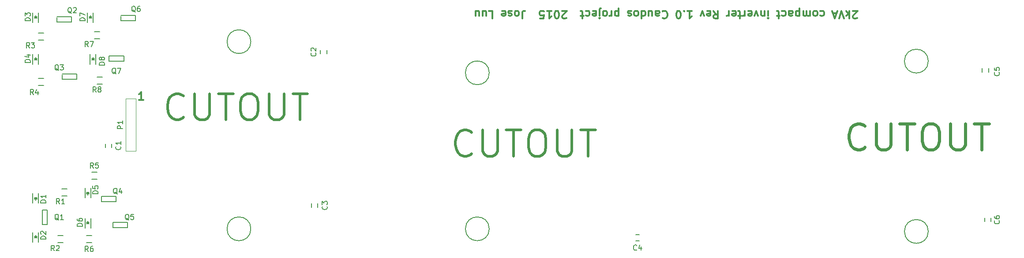
<source format=gbr>
G04 #@! TF.FileFunction,Legend,Top*
%FSLAX46Y46*%
G04 Gerber Fmt 4.6, Leading zero omitted, Abs format (unit mm)*
G04 Created by KiCad (PCBNEW (2015-07-16 BZR 5955, Git 27eafcb)-product) date 2015-10-11 14:13:05*
%MOMM*%
G01*
G04 APERTURE LIST*
%ADD10C,0.100000*%
%ADD11C,0.300000*%
%ADD12C,0.600000*%
%ADD13C,0.500000*%
%ADD14C,0.150000*%
%ADD15C,0.050000*%
G04 APERTURE END LIST*
D10*
D11*
X83928572Y-67178571D02*
X83071429Y-67178571D01*
X83500001Y-67178571D02*
X83500001Y-65678571D01*
X83357144Y-65892857D01*
X83214286Y-66035714D01*
X83071429Y-66107143D01*
X220892855Y-51428571D02*
X220821426Y-51500000D01*
X220678569Y-51571429D01*
X220321426Y-51571429D01*
X220178569Y-51500000D01*
X220107140Y-51428571D01*
X220035712Y-51285714D01*
X220035712Y-51142857D01*
X220107140Y-50928571D01*
X220964283Y-50071429D01*
X220035712Y-50071429D01*
X219392855Y-50071429D02*
X219392855Y-51571429D01*
X219249998Y-50642857D02*
X218821427Y-50071429D01*
X218821427Y-51071429D02*
X219392855Y-50500000D01*
X218392855Y-51571429D02*
X217892855Y-50071429D01*
X217392855Y-51571429D01*
X216964284Y-50500000D02*
X216249998Y-50500000D01*
X217107141Y-50071429D02*
X216607141Y-51571429D01*
X216107141Y-50071429D01*
X213821427Y-50142857D02*
X213964284Y-50071429D01*
X214249998Y-50071429D01*
X214392856Y-50142857D01*
X214464284Y-50214286D01*
X214535713Y-50357143D01*
X214535713Y-50785714D01*
X214464284Y-50928571D01*
X214392856Y-51000000D01*
X214249998Y-51071429D01*
X213964284Y-51071429D01*
X213821427Y-51000000D01*
X212964284Y-50071429D02*
X213107142Y-50142857D01*
X213178570Y-50214286D01*
X213249999Y-50357143D01*
X213249999Y-50785714D01*
X213178570Y-50928571D01*
X213107142Y-51000000D01*
X212964284Y-51071429D01*
X212749999Y-51071429D01*
X212607142Y-51000000D01*
X212535713Y-50928571D01*
X212464284Y-50785714D01*
X212464284Y-50357143D01*
X212535713Y-50214286D01*
X212607142Y-50142857D01*
X212749999Y-50071429D01*
X212964284Y-50071429D01*
X211821427Y-50071429D02*
X211821427Y-51071429D01*
X211821427Y-50928571D02*
X211749999Y-51000000D01*
X211607141Y-51071429D01*
X211392856Y-51071429D01*
X211249999Y-51000000D01*
X211178570Y-50857143D01*
X211178570Y-50071429D01*
X211178570Y-50857143D02*
X211107141Y-51000000D01*
X210964284Y-51071429D01*
X210749999Y-51071429D01*
X210607141Y-51000000D01*
X210535713Y-50857143D01*
X210535713Y-50071429D01*
X209821427Y-51071429D02*
X209821427Y-49571429D01*
X209821427Y-51000000D02*
X209678570Y-51071429D01*
X209392856Y-51071429D01*
X209249999Y-51000000D01*
X209178570Y-50928571D01*
X209107141Y-50785714D01*
X209107141Y-50357143D01*
X209178570Y-50214286D01*
X209249999Y-50142857D01*
X209392856Y-50071429D01*
X209678570Y-50071429D01*
X209821427Y-50142857D01*
X207821427Y-50071429D02*
X207821427Y-50857143D01*
X207892856Y-51000000D01*
X208035713Y-51071429D01*
X208321427Y-51071429D01*
X208464284Y-51000000D01*
X207821427Y-50142857D02*
X207964284Y-50071429D01*
X208321427Y-50071429D01*
X208464284Y-50142857D01*
X208535713Y-50285714D01*
X208535713Y-50428571D01*
X208464284Y-50571429D01*
X208321427Y-50642857D01*
X207964284Y-50642857D01*
X207821427Y-50714286D01*
X206464284Y-50142857D02*
X206607141Y-50071429D01*
X206892855Y-50071429D01*
X207035713Y-50142857D01*
X207107141Y-50214286D01*
X207178570Y-50357143D01*
X207178570Y-50785714D01*
X207107141Y-50928571D01*
X207035713Y-51000000D01*
X206892855Y-51071429D01*
X206607141Y-51071429D01*
X206464284Y-51000000D01*
X206035713Y-51071429D02*
X205464284Y-51071429D01*
X205821427Y-51571429D02*
X205821427Y-50285714D01*
X205749999Y-50142857D01*
X205607141Y-50071429D01*
X205464284Y-50071429D01*
X203821427Y-50071429D02*
X203821427Y-51071429D01*
X203821427Y-51571429D02*
X203892856Y-51500000D01*
X203821427Y-51428571D01*
X203749999Y-51500000D01*
X203821427Y-51571429D01*
X203821427Y-51428571D01*
X203107141Y-51071429D02*
X203107141Y-50071429D01*
X203107141Y-50928571D02*
X203035713Y-51000000D01*
X202892855Y-51071429D01*
X202678570Y-51071429D01*
X202535713Y-51000000D01*
X202464284Y-50857143D01*
X202464284Y-50071429D01*
X201892855Y-51071429D02*
X201535712Y-50071429D01*
X201178570Y-51071429D01*
X200035713Y-50142857D02*
X200178570Y-50071429D01*
X200464284Y-50071429D01*
X200607141Y-50142857D01*
X200678570Y-50285714D01*
X200678570Y-50857143D01*
X200607141Y-51000000D01*
X200464284Y-51071429D01*
X200178570Y-51071429D01*
X200035713Y-51000000D01*
X199964284Y-50857143D01*
X199964284Y-50714286D01*
X200678570Y-50571429D01*
X199321427Y-50071429D02*
X199321427Y-51071429D01*
X199321427Y-50785714D02*
X199249999Y-50928571D01*
X199178570Y-51000000D01*
X199035713Y-51071429D01*
X198892856Y-51071429D01*
X198607142Y-51071429D02*
X198035713Y-51071429D01*
X198392856Y-51571429D02*
X198392856Y-50285714D01*
X198321428Y-50142857D01*
X198178570Y-50071429D01*
X198035713Y-50071429D01*
X196964285Y-50142857D02*
X197107142Y-50071429D01*
X197392856Y-50071429D01*
X197535713Y-50142857D01*
X197607142Y-50285714D01*
X197607142Y-50857143D01*
X197535713Y-51000000D01*
X197392856Y-51071429D01*
X197107142Y-51071429D01*
X196964285Y-51000000D01*
X196892856Y-50857143D01*
X196892856Y-50714286D01*
X197607142Y-50571429D01*
X196249999Y-50071429D02*
X196249999Y-51071429D01*
X196249999Y-50785714D02*
X196178571Y-50928571D01*
X196107142Y-51000000D01*
X195964285Y-51071429D01*
X195821428Y-51071429D01*
X193321428Y-50071429D02*
X193821428Y-50785714D01*
X194178571Y-50071429D02*
X194178571Y-51571429D01*
X193607143Y-51571429D01*
X193464285Y-51500000D01*
X193392857Y-51428571D01*
X193321428Y-51285714D01*
X193321428Y-51071429D01*
X193392857Y-50928571D01*
X193464285Y-50857143D01*
X193607143Y-50785714D01*
X194178571Y-50785714D01*
X192107143Y-50142857D02*
X192250000Y-50071429D01*
X192535714Y-50071429D01*
X192678571Y-50142857D01*
X192750000Y-50285714D01*
X192750000Y-50857143D01*
X192678571Y-51000000D01*
X192535714Y-51071429D01*
X192250000Y-51071429D01*
X192107143Y-51000000D01*
X192035714Y-50857143D01*
X192035714Y-50714286D01*
X192750000Y-50571429D01*
X191535714Y-51071429D02*
X191178571Y-50071429D01*
X190821429Y-51071429D01*
X188321429Y-50071429D02*
X189178572Y-50071429D01*
X188750000Y-50071429D02*
X188750000Y-51571429D01*
X188892857Y-51357143D01*
X189035715Y-51214286D01*
X189178572Y-51142857D01*
X187678572Y-50214286D02*
X187607144Y-50142857D01*
X187678572Y-50071429D01*
X187750001Y-50142857D01*
X187678572Y-50214286D01*
X187678572Y-50071429D01*
X186678572Y-51571429D02*
X186535715Y-51571429D01*
X186392858Y-51500000D01*
X186321429Y-51428571D01*
X186250000Y-51285714D01*
X186178572Y-51000000D01*
X186178572Y-50642857D01*
X186250000Y-50357143D01*
X186321429Y-50214286D01*
X186392858Y-50142857D01*
X186535715Y-50071429D01*
X186678572Y-50071429D01*
X186821429Y-50142857D01*
X186892858Y-50214286D01*
X186964286Y-50357143D01*
X187035715Y-50642857D01*
X187035715Y-51000000D01*
X186964286Y-51285714D01*
X186892858Y-51428571D01*
X186821429Y-51500000D01*
X186678572Y-51571429D01*
X183535715Y-50214286D02*
X183607144Y-50142857D01*
X183821430Y-50071429D01*
X183964287Y-50071429D01*
X184178572Y-50142857D01*
X184321430Y-50285714D01*
X184392858Y-50428571D01*
X184464287Y-50714286D01*
X184464287Y-50928571D01*
X184392858Y-51214286D01*
X184321430Y-51357143D01*
X184178572Y-51500000D01*
X183964287Y-51571429D01*
X183821430Y-51571429D01*
X183607144Y-51500000D01*
X183535715Y-51428571D01*
X182250001Y-50071429D02*
X182250001Y-50857143D01*
X182321430Y-51000000D01*
X182464287Y-51071429D01*
X182750001Y-51071429D01*
X182892858Y-51000000D01*
X182250001Y-50142857D02*
X182392858Y-50071429D01*
X182750001Y-50071429D01*
X182892858Y-50142857D01*
X182964287Y-50285714D01*
X182964287Y-50428571D01*
X182892858Y-50571429D01*
X182750001Y-50642857D01*
X182392858Y-50642857D01*
X182250001Y-50714286D01*
X180892858Y-51071429D02*
X180892858Y-50071429D01*
X181535715Y-51071429D02*
X181535715Y-50285714D01*
X181464287Y-50142857D01*
X181321429Y-50071429D01*
X181107144Y-50071429D01*
X180964287Y-50142857D01*
X180892858Y-50214286D01*
X179535715Y-50071429D02*
X179535715Y-51571429D01*
X179535715Y-50142857D02*
X179678572Y-50071429D01*
X179964286Y-50071429D01*
X180107144Y-50142857D01*
X180178572Y-50214286D01*
X180250001Y-50357143D01*
X180250001Y-50785714D01*
X180178572Y-50928571D01*
X180107144Y-51000000D01*
X179964286Y-51071429D01*
X179678572Y-51071429D01*
X179535715Y-51000000D01*
X178607143Y-50071429D02*
X178750001Y-50142857D01*
X178821429Y-50214286D01*
X178892858Y-50357143D01*
X178892858Y-50785714D01*
X178821429Y-50928571D01*
X178750001Y-51000000D01*
X178607143Y-51071429D01*
X178392858Y-51071429D01*
X178250001Y-51000000D01*
X178178572Y-50928571D01*
X178107143Y-50785714D01*
X178107143Y-50357143D01*
X178178572Y-50214286D01*
X178250001Y-50142857D01*
X178392858Y-50071429D01*
X178607143Y-50071429D01*
X177535715Y-50142857D02*
X177392858Y-50071429D01*
X177107143Y-50071429D01*
X176964286Y-50142857D01*
X176892858Y-50285714D01*
X176892858Y-50357143D01*
X176964286Y-50500000D01*
X177107143Y-50571429D01*
X177321429Y-50571429D01*
X177464286Y-50642857D01*
X177535715Y-50785714D01*
X177535715Y-50857143D01*
X177464286Y-51000000D01*
X177321429Y-51071429D01*
X177107143Y-51071429D01*
X176964286Y-51000000D01*
X175107143Y-51071429D02*
X175107143Y-49571429D01*
X175107143Y-51000000D02*
X174964286Y-51071429D01*
X174678572Y-51071429D01*
X174535715Y-51000000D01*
X174464286Y-50928571D01*
X174392857Y-50785714D01*
X174392857Y-50357143D01*
X174464286Y-50214286D01*
X174535715Y-50142857D01*
X174678572Y-50071429D01*
X174964286Y-50071429D01*
X175107143Y-50142857D01*
X173750000Y-50071429D02*
X173750000Y-51071429D01*
X173750000Y-50785714D02*
X173678572Y-50928571D01*
X173607143Y-51000000D01*
X173464286Y-51071429D01*
X173321429Y-51071429D01*
X172607143Y-50071429D02*
X172750001Y-50142857D01*
X172821429Y-50214286D01*
X172892858Y-50357143D01*
X172892858Y-50785714D01*
X172821429Y-50928571D01*
X172750001Y-51000000D01*
X172607143Y-51071429D01*
X172392858Y-51071429D01*
X172250001Y-51000000D01*
X172178572Y-50928571D01*
X172107143Y-50785714D01*
X172107143Y-50357143D01*
X172178572Y-50214286D01*
X172250001Y-50142857D01*
X172392858Y-50071429D01*
X172607143Y-50071429D01*
X171464286Y-51071429D02*
X171464286Y-49785714D01*
X171535715Y-49642857D01*
X171678572Y-49571429D01*
X171750000Y-49571429D01*
X171464286Y-51571429D02*
X171535715Y-51500000D01*
X171464286Y-51428571D01*
X171392858Y-51500000D01*
X171464286Y-51571429D01*
X171464286Y-51428571D01*
X170178572Y-50142857D02*
X170321429Y-50071429D01*
X170607143Y-50071429D01*
X170750000Y-50142857D01*
X170821429Y-50285714D01*
X170821429Y-50857143D01*
X170750000Y-51000000D01*
X170607143Y-51071429D01*
X170321429Y-51071429D01*
X170178572Y-51000000D01*
X170107143Y-50857143D01*
X170107143Y-50714286D01*
X170821429Y-50571429D01*
X168821429Y-50142857D02*
X168964286Y-50071429D01*
X169250000Y-50071429D01*
X169392858Y-50142857D01*
X169464286Y-50214286D01*
X169535715Y-50357143D01*
X169535715Y-50785714D01*
X169464286Y-50928571D01*
X169392858Y-51000000D01*
X169250000Y-51071429D01*
X168964286Y-51071429D01*
X168821429Y-51000000D01*
X168392858Y-51071429D02*
X167821429Y-51071429D01*
X168178572Y-51571429D02*
X168178572Y-50285714D01*
X168107144Y-50142857D01*
X167964286Y-50071429D01*
X167821429Y-50071429D01*
X165107144Y-51428571D02*
X165035715Y-51500000D01*
X164892858Y-51571429D01*
X164535715Y-51571429D01*
X164392858Y-51500000D01*
X164321429Y-51428571D01*
X164250001Y-51285714D01*
X164250001Y-51142857D01*
X164321429Y-50928571D01*
X165178572Y-50071429D01*
X164250001Y-50071429D01*
X163321430Y-51571429D02*
X163178573Y-51571429D01*
X163035716Y-51500000D01*
X162964287Y-51428571D01*
X162892858Y-51285714D01*
X162821430Y-51000000D01*
X162821430Y-50642857D01*
X162892858Y-50357143D01*
X162964287Y-50214286D01*
X163035716Y-50142857D01*
X163178573Y-50071429D01*
X163321430Y-50071429D01*
X163464287Y-50142857D01*
X163535716Y-50214286D01*
X163607144Y-50357143D01*
X163678573Y-50642857D01*
X163678573Y-51000000D01*
X163607144Y-51285714D01*
X163535716Y-51428571D01*
X163464287Y-51500000D01*
X163321430Y-51571429D01*
X161392859Y-50071429D02*
X162250002Y-50071429D01*
X161821430Y-50071429D02*
X161821430Y-51571429D01*
X161964287Y-51357143D01*
X162107145Y-51214286D01*
X162250002Y-51142857D01*
X160035716Y-51571429D02*
X160750002Y-51571429D01*
X160821431Y-50857143D01*
X160750002Y-50928571D01*
X160607145Y-51000000D01*
X160250002Y-51000000D01*
X160107145Y-50928571D01*
X160035716Y-50857143D01*
X159964288Y-50714286D01*
X159964288Y-50357143D01*
X160035716Y-50214286D01*
X160107145Y-50142857D01*
X160250002Y-50071429D01*
X160607145Y-50071429D01*
X160750002Y-50142857D01*
X160821431Y-50214286D01*
X156607146Y-51571429D02*
X156607146Y-50500000D01*
X156678574Y-50285714D01*
X156821431Y-50142857D01*
X157035717Y-50071429D01*
X157178574Y-50071429D01*
X155678574Y-50071429D02*
X155821432Y-50142857D01*
X155892860Y-50214286D01*
X155964289Y-50357143D01*
X155964289Y-50785714D01*
X155892860Y-50928571D01*
X155821432Y-51000000D01*
X155678574Y-51071429D01*
X155464289Y-51071429D01*
X155321432Y-51000000D01*
X155250003Y-50928571D01*
X155178574Y-50785714D01*
X155178574Y-50357143D01*
X155250003Y-50214286D01*
X155321432Y-50142857D01*
X155464289Y-50071429D01*
X155678574Y-50071429D01*
X154607146Y-50142857D02*
X154464289Y-50071429D01*
X154178574Y-50071429D01*
X154035717Y-50142857D01*
X153964289Y-50285714D01*
X153964289Y-50357143D01*
X154035717Y-50500000D01*
X154178574Y-50571429D01*
X154392860Y-50571429D01*
X154535717Y-50642857D01*
X154607146Y-50785714D01*
X154607146Y-50857143D01*
X154535717Y-51000000D01*
X154392860Y-51071429D01*
X154178574Y-51071429D01*
X154035717Y-51000000D01*
X152750003Y-50142857D02*
X152892860Y-50071429D01*
X153178574Y-50071429D01*
X153321431Y-50142857D01*
X153392860Y-50285714D01*
X153392860Y-50857143D01*
X153321431Y-51000000D01*
X153178574Y-51071429D01*
X152892860Y-51071429D01*
X152750003Y-51000000D01*
X152678574Y-50857143D01*
X152678574Y-50714286D01*
X153392860Y-50571429D01*
X150178574Y-50071429D02*
X150892860Y-50071429D01*
X150892860Y-51571429D01*
X149035717Y-51071429D02*
X149035717Y-50071429D01*
X149678574Y-51071429D02*
X149678574Y-50285714D01*
X149607146Y-50142857D01*
X149464288Y-50071429D01*
X149250003Y-50071429D01*
X149107146Y-50142857D01*
X149035717Y-50214286D01*
X147678574Y-51071429D02*
X147678574Y-50071429D01*
X148321431Y-51071429D02*
X148321431Y-50285714D01*
X148250003Y-50142857D01*
X148107145Y-50071429D01*
X147892860Y-50071429D01*
X147750003Y-50142857D01*
X147678574Y-50214286D01*
D12*
X222380953Y-76285714D02*
X222142858Y-76523810D01*
X221428572Y-76761905D01*
X220952382Y-76761905D01*
X220238096Y-76523810D01*
X219761905Y-76047619D01*
X219523810Y-75571429D01*
X219285715Y-74619048D01*
X219285715Y-73904762D01*
X219523810Y-72952381D01*
X219761905Y-72476190D01*
X220238096Y-72000000D01*
X220952382Y-71761905D01*
X221428572Y-71761905D01*
X222142858Y-72000000D01*
X222380953Y-72238095D01*
X224523810Y-71761905D02*
X224523810Y-75809524D01*
X224761905Y-76285714D01*
X225000001Y-76523810D01*
X225476191Y-76761905D01*
X226428572Y-76761905D01*
X226904763Y-76523810D01*
X227142858Y-76285714D01*
X227380953Y-75809524D01*
X227380953Y-71761905D01*
X229047619Y-71761905D02*
X231904762Y-71761905D01*
X230476191Y-76761905D02*
X230476191Y-71761905D01*
X234523810Y-71761905D02*
X235476191Y-71761905D01*
X235952382Y-72000000D01*
X236428572Y-72476190D01*
X236666667Y-73428571D01*
X236666667Y-75095238D01*
X236428572Y-76047619D01*
X235952382Y-76523810D01*
X235476191Y-76761905D01*
X234523810Y-76761905D01*
X234047620Y-76523810D01*
X233571429Y-76047619D01*
X233333334Y-75095238D01*
X233333334Y-73428571D01*
X233571429Y-72476190D01*
X234047620Y-72000000D01*
X234523810Y-71761905D01*
X238809524Y-71761905D02*
X238809524Y-75809524D01*
X239047619Y-76285714D01*
X239285715Y-76523810D01*
X239761905Y-76761905D01*
X240714286Y-76761905D01*
X241190477Y-76523810D01*
X241428572Y-76285714D01*
X241666667Y-75809524D01*
X241666667Y-71761905D01*
X243333333Y-71761905D02*
X246190476Y-71761905D01*
X244761905Y-76761905D02*
X244761905Y-71761905D01*
D13*
X146880953Y-77535714D02*
X146642858Y-77773810D01*
X145928572Y-78011905D01*
X145452382Y-78011905D01*
X144738096Y-77773810D01*
X144261905Y-77297619D01*
X144023810Y-76821429D01*
X143785715Y-75869048D01*
X143785715Y-75154762D01*
X144023810Y-74202381D01*
X144261905Y-73726190D01*
X144738096Y-73250000D01*
X145452382Y-73011905D01*
X145928572Y-73011905D01*
X146642858Y-73250000D01*
X146880953Y-73488095D01*
X149023810Y-73011905D02*
X149023810Y-77059524D01*
X149261905Y-77535714D01*
X149500001Y-77773810D01*
X149976191Y-78011905D01*
X150928572Y-78011905D01*
X151404763Y-77773810D01*
X151642858Y-77535714D01*
X151880953Y-77059524D01*
X151880953Y-73011905D01*
X153547619Y-73011905D02*
X156404762Y-73011905D01*
X154976191Y-78011905D02*
X154976191Y-73011905D01*
X159023810Y-73011905D02*
X159976191Y-73011905D01*
X160452382Y-73250000D01*
X160928572Y-73726190D01*
X161166667Y-74678571D01*
X161166667Y-76345238D01*
X160928572Y-77297619D01*
X160452382Y-77773810D01*
X159976191Y-78011905D01*
X159023810Y-78011905D01*
X158547620Y-77773810D01*
X158071429Y-77297619D01*
X157833334Y-76345238D01*
X157833334Y-74678571D01*
X158071429Y-73726190D01*
X158547620Y-73250000D01*
X159023810Y-73011905D01*
X163309524Y-73011905D02*
X163309524Y-77059524D01*
X163547619Y-77535714D01*
X163785715Y-77773810D01*
X164261905Y-78011905D01*
X165214286Y-78011905D01*
X165690477Y-77773810D01*
X165928572Y-77535714D01*
X166166667Y-77059524D01*
X166166667Y-73011905D01*
X167833333Y-73011905D02*
X170690476Y-73011905D01*
X169261905Y-78011905D02*
X169261905Y-73011905D01*
X91630953Y-70535714D02*
X91392858Y-70773810D01*
X90678572Y-71011905D01*
X90202382Y-71011905D01*
X89488096Y-70773810D01*
X89011905Y-70297619D01*
X88773810Y-69821429D01*
X88535715Y-68869048D01*
X88535715Y-68154762D01*
X88773810Y-67202381D01*
X89011905Y-66726190D01*
X89488096Y-66250000D01*
X90202382Y-66011905D01*
X90678572Y-66011905D01*
X91392858Y-66250000D01*
X91630953Y-66488095D01*
X93773810Y-66011905D02*
X93773810Y-70059524D01*
X94011905Y-70535714D01*
X94250001Y-70773810D01*
X94726191Y-71011905D01*
X95678572Y-71011905D01*
X96154763Y-70773810D01*
X96392858Y-70535714D01*
X96630953Y-70059524D01*
X96630953Y-66011905D01*
X98297619Y-66011905D02*
X101154762Y-66011905D01*
X99726191Y-71011905D02*
X99726191Y-66011905D01*
X103773810Y-66011905D02*
X104726191Y-66011905D01*
X105202382Y-66250000D01*
X105678572Y-66726190D01*
X105916667Y-67678571D01*
X105916667Y-69345238D01*
X105678572Y-70297619D01*
X105202382Y-70773810D01*
X104726191Y-71011905D01*
X103773810Y-71011905D01*
X103297620Y-70773810D01*
X102821429Y-70297619D01*
X102583334Y-69345238D01*
X102583334Y-67678571D01*
X102821429Y-66726190D01*
X103297620Y-66250000D01*
X103773810Y-66011905D01*
X108059524Y-66011905D02*
X108059524Y-70059524D01*
X108297619Y-70535714D01*
X108535715Y-70773810D01*
X109011905Y-71011905D01*
X109964286Y-71011905D01*
X110440477Y-70773810D01*
X110678572Y-70535714D01*
X110916667Y-70059524D01*
X110916667Y-66011905D01*
X112583333Y-66011905D02*
X115440476Y-66011905D01*
X114011905Y-71011905D02*
X114011905Y-66011905D01*
D14*
X77850000Y-75650000D02*
X77850000Y-76350000D01*
X76650000Y-76350000D02*
X76650000Y-75650000D01*
X117900000Y-58350000D02*
X117900000Y-57650000D01*
X119100000Y-57650000D02*
X119100000Y-58350000D01*
X116150000Y-87850000D02*
X116150000Y-87150000D01*
X117350000Y-87150000D02*
X117350000Y-87850000D01*
X179100000Y-94350000D02*
X178400000Y-94350000D01*
X178400000Y-93150000D02*
X179100000Y-93150000D01*
X244900000Y-61850000D02*
X244900000Y-61150000D01*
X246100000Y-61150000D02*
X246100000Y-61850000D01*
X245400000Y-90600000D02*
X245400000Y-89900000D01*
X246600000Y-89900000D02*
X246600000Y-90600000D01*
D15*
X82500000Y-67000000D02*
X82500000Y-77000000D01*
X82500000Y-77000000D02*
X80500000Y-77000000D01*
X80500000Y-77000000D02*
X80500000Y-67000000D01*
X80500000Y-67000000D02*
X82500000Y-67000000D01*
D14*
X62700000Y-85150000D02*
X62700000Y-87050000D01*
X63800000Y-85150000D02*
X63800000Y-87050000D01*
X63250000Y-86050000D02*
X63250000Y-86500000D01*
X63500000Y-86000000D02*
X63000000Y-86000000D01*
X63250000Y-86000000D02*
X63500000Y-86250000D01*
X63500000Y-86250000D02*
X63000000Y-86250000D01*
X63000000Y-86250000D02*
X63250000Y-86000000D01*
X63800000Y-94600000D02*
X63800000Y-92700000D01*
X62700000Y-94600000D02*
X62700000Y-92700000D01*
X63250000Y-93700000D02*
X63250000Y-93250000D01*
X63000000Y-93750000D02*
X63500000Y-93750000D01*
X63250000Y-93750000D02*
X63000000Y-93500000D01*
X63000000Y-93500000D02*
X63500000Y-93500000D01*
X63500000Y-93500000D02*
X63250000Y-93750000D01*
X69250000Y-85675000D02*
X68250000Y-85675000D01*
X68250000Y-84325000D02*
X69250000Y-84325000D01*
X68500000Y-94675000D02*
X67500000Y-94675000D01*
X67500000Y-93325000D02*
X68500000Y-93325000D01*
X64500000Y-91150000D02*
X64500000Y-88350000D01*
X64500000Y-88350000D02*
X65500000Y-88350000D01*
X65500000Y-88350000D02*
X65500000Y-91150000D01*
X65500000Y-91150000D02*
X64600000Y-91150000D01*
X63800000Y-52350000D02*
X63800000Y-50450000D01*
X62700000Y-52350000D02*
X62700000Y-50450000D01*
X63250000Y-51450000D02*
X63250000Y-51000000D01*
X63000000Y-51500000D02*
X63500000Y-51500000D01*
X63250000Y-51500000D02*
X63000000Y-51250000D01*
X63000000Y-51250000D02*
X63500000Y-51250000D01*
X63500000Y-51250000D02*
X63250000Y-51500000D01*
X63800000Y-60350000D02*
X63800000Y-58450000D01*
X62700000Y-60350000D02*
X62700000Y-58450000D01*
X63250000Y-59450000D02*
X63250000Y-59000000D01*
X63000000Y-59500000D02*
X63500000Y-59500000D01*
X63250000Y-59500000D02*
X63000000Y-59250000D01*
X63000000Y-59250000D02*
X63500000Y-59250000D01*
X63500000Y-59250000D02*
X63250000Y-59500000D01*
X72700000Y-84150000D02*
X72700000Y-86050000D01*
X73800000Y-84150000D02*
X73800000Y-86050000D01*
X73250000Y-85050000D02*
X73250000Y-85500000D01*
X73500000Y-85000000D02*
X73000000Y-85000000D01*
X73250000Y-85000000D02*
X73500000Y-85250000D01*
X73500000Y-85250000D02*
X73000000Y-85250000D01*
X73000000Y-85250000D02*
X73250000Y-85000000D01*
X73800000Y-91850000D02*
X73800000Y-89950000D01*
X72700000Y-91850000D02*
X72700000Y-89950000D01*
X73250000Y-90950000D02*
X73250000Y-90500000D01*
X73000000Y-91000000D02*
X73500000Y-91000000D01*
X73250000Y-91000000D02*
X73000000Y-90750000D01*
X73000000Y-90750000D02*
X73500000Y-90750000D01*
X73500000Y-90750000D02*
X73250000Y-91000000D01*
X74300000Y-52350000D02*
X74300000Y-50450000D01*
X73200000Y-52350000D02*
X73200000Y-50450000D01*
X73750000Y-51450000D02*
X73750000Y-51000000D01*
X73500000Y-51500000D02*
X74000000Y-51500000D01*
X73750000Y-51500000D02*
X73500000Y-51250000D01*
X73500000Y-51250000D02*
X74000000Y-51250000D01*
X74000000Y-51250000D02*
X73750000Y-51500000D01*
X74800000Y-60350000D02*
X74800000Y-58450000D01*
X73700000Y-60350000D02*
X73700000Y-58450000D01*
X74250000Y-59450000D02*
X74250000Y-59000000D01*
X74000000Y-59500000D02*
X74500000Y-59500000D01*
X74250000Y-59500000D02*
X74000000Y-59250000D01*
X74000000Y-59250000D02*
X74500000Y-59250000D01*
X74500000Y-59250000D02*
X74250000Y-59500000D01*
X67350000Y-51250000D02*
X70150000Y-51250000D01*
X70150000Y-51250000D02*
X70150000Y-52250000D01*
X70150000Y-52250000D02*
X67350000Y-52250000D01*
X67350000Y-52250000D02*
X67350000Y-51350000D01*
X68350000Y-62250000D02*
X71150000Y-62250000D01*
X71150000Y-62250000D02*
X71150000Y-63250000D01*
X71150000Y-63250000D02*
X68350000Y-63250000D01*
X68350000Y-63250000D02*
X68350000Y-62350000D01*
X75850000Y-85750000D02*
X78650000Y-85750000D01*
X78650000Y-85750000D02*
X78650000Y-86750000D01*
X78650000Y-86750000D02*
X75850000Y-86750000D01*
X75850000Y-86750000D02*
X75850000Y-85850000D01*
X78100000Y-90750000D02*
X80900000Y-90750000D01*
X80900000Y-90750000D02*
X80900000Y-91750000D01*
X80900000Y-91750000D02*
X78100000Y-91750000D01*
X78100000Y-91750000D02*
X78100000Y-90850000D01*
X79600000Y-51000000D02*
X82400000Y-51000000D01*
X82400000Y-51000000D02*
X82400000Y-52000000D01*
X82400000Y-52000000D02*
X79600000Y-52000000D01*
X79600000Y-52000000D02*
X79600000Y-51100000D01*
X77350000Y-58750000D02*
X80150000Y-58750000D01*
X80150000Y-58750000D02*
X80150000Y-59750000D01*
X80150000Y-59750000D02*
X77350000Y-59750000D01*
X77350000Y-59750000D02*
X77350000Y-58850000D01*
X64750000Y-55675000D02*
X63750000Y-55675000D01*
X63750000Y-54325000D02*
X64750000Y-54325000D01*
X64750000Y-64425000D02*
X63750000Y-64425000D01*
X63750000Y-63075000D02*
X64750000Y-63075000D01*
X75000000Y-82425000D02*
X74000000Y-82425000D01*
X74000000Y-81075000D02*
X75000000Y-81075000D01*
X73000000Y-93325000D02*
X74000000Y-93325000D01*
X74000000Y-94675000D02*
X73000000Y-94675000D01*
X75500000Y-55425000D02*
X74500000Y-55425000D01*
X74500000Y-54075000D02*
X75500000Y-54075000D01*
X76000000Y-64175000D02*
X75000000Y-64175000D01*
X75000000Y-62825000D02*
X76000000Y-62825000D01*
X104536000Y-56000000D02*
G75*
G03X104536000Y-56000000I-2286000J0D01*
G01*
X104536000Y-92000000D02*
G75*
G03X104536000Y-92000000I-2286000J0D01*
G01*
X150286000Y-92000000D02*
G75*
G03X150286000Y-92000000I-2286000J0D01*
G01*
X234536000Y-92500000D02*
G75*
G03X234536000Y-92500000I-2286000J0D01*
G01*
X234536000Y-59750000D02*
G75*
G03X234536000Y-59750000I-2286000J0D01*
G01*
X150286000Y-62000000D02*
G75*
G03X150286000Y-62000000I-2286000J0D01*
G01*
X79507143Y-76166666D02*
X79554762Y-76214285D01*
X79602381Y-76357142D01*
X79602381Y-76452380D01*
X79554762Y-76595238D01*
X79459524Y-76690476D01*
X79364286Y-76738095D01*
X79173810Y-76785714D01*
X79030952Y-76785714D01*
X78840476Y-76738095D01*
X78745238Y-76690476D01*
X78650000Y-76595238D01*
X78602381Y-76452380D01*
X78602381Y-76357142D01*
X78650000Y-76214285D01*
X78697619Y-76166666D01*
X79602381Y-75214285D02*
X79602381Y-75785714D01*
X79602381Y-75500000D02*
X78602381Y-75500000D01*
X78745238Y-75595238D01*
X78840476Y-75690476D01*
X78888095Y-75785714D01*
X116957143Y-58166666D02*
X117004762Y-58214285D01*
X117052381Y-58357142D01*
X117052381Y-58452380D01*
X117004762Y-58595238D01*
X116909524Y-58690476D01*
X116814286Y-58738095D01*
X116623810Y-58785714D01*
X116480952Y-58785714D01*
X116290476Y-58738095D01*
X116195238Y-58690476D01*
X116100000Y-58595238D01*
X116052381Y-58452380D01*
X116052381Y-58357142D01*
X116100000Y-58214285D01*
X116147619Y-58166666D01*
X116147619Y-57785714D02*
X116100000Y-57738095D01*
X116052381Y-57642857D01*
X116052381Y-57404761D01*
X116100000Y-57309523D01*
X116147619Y-57261904D01*
X116242857Y-57214285D01*
X116338095Y-57214285D01*
X116480952Y-57261904D01*
X117052381Y-57833333D01*
X117052381Y-57214285D01*
X119107143Y-87666666D02*
X119154762Y-87714285D01*
X119202381Y-87857142D01*
X119202381Y-87952380D01*
X119154762Y-88095238D01*
X119059524Y-88190476D01*
X118964286Y-88238095D01*
X118773810Y-88285714D01*
X118630952Y-88285714D01*
X118440476Y-88238095D01*
X118345238Y-88190476D01*
X118250000Y-88095238D01*
X118202381Y-87952380D01*
X118202381Y-87857142D01*
X118250000Y-87714285D01*
X118297619Y-87666666D01*
X118202381Y-87333333D02*
X118202381Y-86714285D01*
X118583333Y-87047619D01*
X118583333Y-86904761D01*
X118630952Y-86809523D01*
X118678571Y-86761904D01*
X118773810Y-86714285D01*
X119011905Y-86714285D01*
X119107143Y-86761904D01*
X119154762Y-86809523D01*
X119202381Y-86904761D01*
X119202381Y-87190476D01*
X119154762Y-87285714D01*
X119107143Y-87333333D01*
X178583334Y-96007143D02*
X178535715Y-96054762D01*
X178392858Y-96102381D01*
X178297620Y-96102381D01*
X178154762Y-96054762D01*
X178059524Y-95959524D01*
X178011905Y-95864286D01*
X177964286Y-95673810D01*
X177964286Y-95530952D01*
X178011905Y-95340476D01*
X178059524Y-95245238D01*
X178154762Y-95150000D01*
X178297620Y-95102381D01*
X178392858Y-95102381D01*
X178535715Y-95150000D01*
X178583334Y-95197619D01*
X179440477Y-95435714D02*
X179440477Y-96102381D01*
X179202381Y-95054762D02*
X178964286Y-95769048D01*
X179583334Y-95769048D01*
X248107143Y-61916666D02*
X248154762Y-61964285D01*
X248202381Y-62107142D01*
X248202381Y-62202380D01*
X248154762Y-62345238D01*
X248059524Y-62440476D01*
X247964286Y-62488095D01*
X247773810Y-62535714D01*
X247630952Y-62535714D01*
X247440476Y-62488095D01*
X247345238Y-62440476D01*
X247250000Y-62345238D01*
X247202381Y-62202380D01*
X247202381Y-62107142D01*
X247250000Y-61964285D01*
X247297619Y-61916666D01*
X247202381Y-61011904D02*
X247202381Y-61488095D01*
X247678571Y-61535714D01*
X247630952Y-61488095D01*
X247583333Y-61392857D01*
X247583333Y-61154761D01*
X247630952Y-61059523D01*
X247678571Y-61011904D01*
X247773810Y-60964285D01*
X248011905Y-60964285D01*
X248107143Y-61011904D01*
X248154762Y-61059523D01*
X248202381Y-61154761D01*
X248202381Y-61392857D01*
X248154762Y-61488095D01*
X248107143Y-61535714D01*
X248107143Y-90416666D02*
X248154762Y-90464285D01*
X248202381Y-90607142D01*
X248202381Y-90702380D01*
X248154762Y-90845238D01*
X248059524Y-90940476D01*
X247964286Y-90988095D01*
X247773810Y-91035714D01*
X247630952Y-91035714D01*
X247440476Y-90988095D01*
X247345238Y-90940476D01*
X247250000Y-90845238D01*
X247202381Y-90702380D01*
X247202381Y-90607142D01*
X247250000Y-90464285D01*
X247297619Y-90416666D01*
X247202381Y-89559523D02*
X247202381Y-89750000D01*
X247250000Y-89845238D01*
X247297619Y-89892857D01*
X247440476Y-89988095D01*
X247630952Y-90035714D01*
X248011905Y-90035714D01*
X248107143Y-89988095D01*
X248154762Y-89940476D01*
X248202381Y-89845238D01*
X248202381Y-89654761D01*
X248154762Y-89559523D01*
X248107143Y-89511904D01*
X248011905Y-89464285D01*
X247773810Y-89464285D01*
X247678571Y-89511904D01*
X247630952Y-89559523D01*
X247583333Y-89654761D01*
X247583333Y-89845238D01*
X247630952Y-89940476D01*
X247678571Y-89988095D01*
X247773810Y-90035714D01*
X79952381Y-72738095D02*
X78952381Y-72738095D01*
X78952381Y-72357142D01*
X79000000Y-72261904D01*
X79047619Y-72214285D01*
X79142857Y-72166666D01*
X79285714Y-72166666D01*
X79380952Y-72214285D01*
X79428571Y-72261904D01*
X79476190Y-72357142D01*
X79476190Y-72738095D01*
X79952381Y-71214285D02*
X79952381Y-71785714D01*
X79952381Y-71500000D02*
X78952381Y-71500000D01*
X79095238Y-71595238D01*
X79190476Y-71690476D01*
X79238095Y-71785714D01*
X65202381Y-86988095D02*
X64202381Y-86988095D01*
X64202381Y-86750000D01*
X64250000Y-86607142D01*
X64345238Y-86511904D01*
X64440476Y-86464285D01*
X64630952Y-86416666D01*
X64773810Y-86416666D01*
X64964286Y-86464285D01*
X65059524Y-86511904D01*
X65154762Y-86607142D01*
X65202381Y-86750000D01*
X65202381Y-86988095D01*
X65202381Y-85464285D02*
X65202381Y-86035714D01*
X65202381Y-85750000D02*
X64202381Y-85750000D01*
X64345238Y-85845238D01*
X64440476Y-85940476D01*
X64488095Y-86035714D01*
X65202381Y-93988095D02*
X64202381Y-93988095D01*
X64202381Y-93750000D01*
X64250000Y-93607142D01*
X64345238Y-93511904D01*
X64440476Y-93464285D01*
X64630952Y-93416666D01*
X64773810Y-93416666D01*
X64964286Y-93464285D01*
X65059524Y-93511904D01*
X65154762Y-93607142D01*
X65202381Y-93750000D01*
X65202381Y-93988095D01*
X64297619Y-93035714D02*
X64250000Y-92988095D01*
X64202381Y-92892857D01*
X64202381Y-92654761D01*
X64250000Y-92559523D01*
X64297619Y-92511904D01*
X64392857Y-92464285D01*
X64488095Y-92464285D01*
X64630952Y-92511904D01*
X65202381Y-93083333D01*
X65202381Y-92464285D01*
X67833334Y-87202381D02*
X67500000Y-86726190D01*
X67261905Y-87202381D02*
X67261905Y-86202381D01*
X67642858Y-86202381D01*
X67738096Y-86250000D01*
X67785715Y-86297619D01*
X67833334Y-86392857D01*
X67833334Y-86535714D01*
X67785715Y-86630952D01*
X67738096Y-86678571D01*
X67642858Y-86726190D01*
X67261905Y-86726190D01*
X68785715Y-87202381D02*
X68214286Y-87202381D01*
X68500000Y-87202381D02*
X68500000Y-86202381D01*
X68404762Y-86345238D01*
X68309524Y-86440476D01*
X68214286Y-86488095D01*
X66833334Y-96202381D02*
X66500000Y-95726190D01*
X66261905Y-96202381D02*
X66261905Y-95202381D01*
X66642858Y-95202381D01*
X66738096Y-95250000D01*
X66785715Y-95297619D01*
X66833334Y-95392857D01*
X66833334Y-95535714D01*
X66785715Y-95630952D01*
X66738096Y-95678571D01*
X66642858Y-95726190D01*
X66261905Y-95726190D01*
X67214286Y-95297619D02*
X67261905Y-95250000D01*
X67357143Y-95202381D01*
X67595239Y-95202381D01*
X67690477Y-95250000D01*
X67738096Y-95297619D01*
X67785715Y-95392857D01*
X67785715Y-95488095D01*
X67738096Y-95630952D01*
X67166667Y-96202381D01*
X67785715Y-96202381D01*
X67654762Y-90297619D02*
X67559524Y-90250000D01*
X67464286Y-90154762D01*
X67321429Y-90011905D01*
X67226190Y-89964286D01*
X67130952Y-89964286D01*
X67178571Y-90202381D02*
X67083333Y-90154762D01*
X66988095Y-90059524D01*
X66940476Y-89869048D01*
X66940476Y-89535714D01*
X66988095Y-89345238D01*
X67083333Y-89250000D01*
X67178571Y-89202381D01*
X67369048Y-89202381D01*
X67464286Y-89250000D01*
X67559524Y-89345238D01*
X67607143Y-89535714D01*
X67607143Y-89869048D01*
X67559524Y-90059524D01*
X67464286Y-90154762D01*
X67369048Y-90202381D01*
X67178571Y-90202381D01*
X68559524Y-90202381D02*
X67988095Y-90202381D01*
X68273809Y-90202381D02*
X68273809Y-89202381D01*
X68178571Y-89345238D01*
X68083333Y-89440476D01*
X67988095Y-89488095D01*
X62202381Y-51988095D02*
X61202381Y-51988095D01*
X61202381Y-51750000D01*
X61250000Y-51607142D01*
X61345238Y-51511904D01*
X61440476Y-51464285D01*
X61630952Y-51416666D01*
X61773810Y-51416666D01*
X61964286Y-51464285D01*
X62059524Y-51511904D01*
X62154762Y-51607142D01*
X62202381Y-51750000D01*
X62202381Y-51988095D01*
X61202381Y-51083333D02*
X61202381Y-50464285D01*
X61583333Y-50797619D01*
X61583333Y-50654761D01*
X61630952Y-50559523D01*
X61678571Y-50511904D01*
X61773810Y-50464285D01*
X62011905Y-50464285D01*
X62107143Y-50511904D01*
X62154762Y-50559523D01*
X62202381Y-50654761D01*
X62202381Y-50940476D01*
X62154762Y-51035714D01*
X62107143Y-51083333D01*
X62202381Y-59988095D02*
X61202381Y-59988095D01*
X61202381Y-59750000D01*
X61250000Y-59607142D01*
X61345238Y-59511904D01*
X61440476Y-59464285D01*
X61630952Y-59416666D01*
X61773810Y-59416666D01*
X61964286Y-59464285D01*
X62059524Y-59511904D01*
X62154762Y-59607142D01*
X62202381Y-59750000D01*
X62202381Y-59988095D01*
X61535714Y-58559523D02*
X62202381Y-58559523D01*
X61154762Y-58797619D02*
X61869048Y-59035714D01*
X61869048Y-58416666D01*
X75202381Y-85238095D02*
X74202381Y-85238095D01*
X74202381Y-85000000D01*
X74250000Y-84857142D01*
X74345238Y-84761904D01*
X74440476Y-84714285D01*
X74630952Y-84666666D01*
X74773810Y-84666666D01*
X74964286Y-84714285D01*
X75059524Y-84761904D01*
X75154762Y-84857142D01*
X75202381Y-85000000D01*
X75202381Y-85238095D01*
X74202381Y-83761904D02*
X74202381Y-84238095D01*
X74678571Y-84285714D01*
X74630952Y-84238095D01*
X74583333Y-84142857D01*
X74583333Y-83904761D01*
X74630952Y-83809523D01*
X74678571Y-83761904D01*
X74773810Y-83714285D01*
X75011905Y-83714285D01*
X75107143Y-83761904D01*
X75154762Y-83809523D01*
X75202381Y-83904761D01*
X75202381Y-84142857D01*
X75154762Y-84238095D01*
X75107143Y-84285714D01*
X72202381Y-91488095D02*
X71202381Y-91488095D01*
X71202381Y-91250000D01*
X71250000Y-91107142D01*
X71345238Y-91011904D01*
X71440476Y-90964285D01*
X71630952Y-90916666D01*
X71773810Y-90916666D01*
X71964286Y-90964285D01*
X72059524Y-91011904D01*
X72154762Y-91107142D01*
X72202381Y-91250000D01*
X72202381Y-91488095D01*
X71202381Y-90059523D02*
X71202381Y-90250000D01*
X71250000Y-90345238D01*
X71297619Y-90392857D01*
X71440476Y-90488095D01*
X71630952Y-90535714D01*
X72011905Y-90535714D01*
X72107143Y-90488095D01*
X72154762Y-90440476D01*
X72202381Y-90345238D01*
X72202381Y-90154761D01*
X72154762Y-90059523D01*
X72107143Y-90011904D01*
X72011905Y-89964285D01*
X71773810Y-89964285D01*
X71678571Y-90011904D01*
X71630952Y-90059523D01*
X71583333Y-90154761D01*
X71583333Y-90345238D01*
X71630952Y-90440476D01*
X71678571Y-90488095D01*
X71773810Y-90535714D01*
X72702381Y-51988095D02*
X71702381Y-51988095D01*
X71702381Y-51750000D01*
X71750000Y-51607142D01*
X71845238Y-51511904D01*
X71940476Y-51464285D01*
X72130952Y-51416666D01*
X72273810Y-51416666D01*
X72464286Y-51464285D01*
X72559524Y-51511904D01*
X72654762Y-51607142D01*
X72702381Y-51750000D01*
X72702381Y-51988095D01*
X71702381Y-51083333D02*
X71702381Y-50416666D01*
X72702381Y-50845238D01*
X76452381Y-60488095D02*
X75452381Y-60488095D01*
X75452381Y-60250000D01*
X75500000Y-60107142D01*
X75595238Y-60011904D01*
X75690476Y-59964285D01*
X75880952Y-59916666D01*
X76023810Y-59916666D01*
X76214286Y-59964285D01*
X76309524Y-60011904D01*
X76404762Y-60107142D01*
X76452381Y-60250000D01*
X76452381Y-60488095D01*
X75880952Y-59345238D02*
X75833333Y-59440476D01*
X75785714Y-59488095D01*
X75690476Y-59535714D01*
X75642857Y-59535714D01*
X75547619Y-59488095D01*
X75500000Y-59440476D01*
X75452381Y-59345238D01*
X75452381Y-59154761D01*
X75500000Y-59059523D01*
X75547619Y-59011904D01*
X75642857Y-58964285D01*
X75690476Y-58964285D01*
X75785714Y-59011904D01*
X75833333Y-59059523D01*
X75880952Y-59154761D01*
X75880952Y-59345238D01*
X75928571Y-59440476D01*
X75976190Y-59488095D01*
X76071429Y-59535714D01*
X76261905Y-59535714D01*
X76357143Y-59488095D01*
X76404762Y-59440476D01*
X76452381Y-59345238D01*
X76452381Y-59154761D01*
X76404762Y-59059523D01*
X76357143Y-59011904D01*
X76261905Y-58964285D01*
X76071429Y-58964285D01*
X75976190Y-59011904D01*
X75928571Y-59059523D01*
X75880952Y-59154761D01*
X70154762Y-50547619D02*
X70059524Y-50500000D01*
X69964286Y-50404762D01*
X69821429Y-50261905D01*
X69726190Y-50214286D01*
X69630952Y-50214286D01*
X69678571Y-50452381D02*
X69583333Y-50404762D01*
X69488095Y-50309524D01*
X69440476Y-50119048D01*
X69440476Y-49785714D01*
X69488095Y-49595238D01*
X69583333Y-49500000D01*
X69678571Y-49452381D01*
X69869048Y-49452381D01*
X69964286Y-49500000D01*
X70059524Y-49595238D01*
X70107143Y-49785714D01*
X70107143Y-50119048D01*
X70059524Y-50309524D01*
X69964286Y-50404762D01*
X69869048Y-50452381D01*
X69678571Y-50452381D01*
X70488095Y-49547619D02*
X70535714Y-49500000D01*
X70630952Y-49452381D01*
X70869048Y-49452381D01*
X70964286Y-49500000D01*
X71011905Y-49547619D01*
X71059524Y-49642857D01*
X71059524Y-49738095D01*
X71011905Y-49880952D01*
X70440476Y-50452381D01*
X71059524Y-50452381D01*
X67654762Y-61547619D02*
X67559524Y-61500000D01*
X67464286Y-61404762D01*
X67321429Y-61261905D01*
X67226190Y-61214286D01*
X67130952Y-61214286D01*
X67178571Y-61452381D02*
X67083333Y-61404762D01*
X66988095Y-61309524D01*
X66940476Y-61119048D01*
X66940476Y-60785714D01*
X66988095Y-60595238D01*
X67083333Y-60500000D01*
X67178571Y-60452381D01*
X67369048Y-60452381D01*
X67464286Y-60500000D01*
X67559524Y-60595238D01*
X67607143Y-60785714D01*
X67607143Y-61119048D01*
X67559524Y-61309524D01*
X67464286Y-61404762D01*
X67369048Y-61452381D01*
X67178571Y-61452381D01*
X67940476Y-60452381D02*
X68559524Y-60452381D01*
X68226190Y-60833333D01*
X68369048Y-60833333D01*
X68464286Y-60880952D01*
X68511905Y-60928571D01*
X68559524Y-61023810D01*
X68559524Y-61261905D01*
X68511905Y-61357143D01*
X68464286Y-61404762D01*
X68369048Y-61452381D01*
X68083333Y-61452381D01*
X67988095Y-61404762D01*
X67940476Y-61357143D01*
X78904762Y-85297619D02*
X78809524Y-85250000D01*
X78714286Y-85154762D01*
X78571429Y-85011905D01*
X78476190Y-84964286D01*
X78380952Y-84964286D01*
X78428571Y-85202381D02*
X78333333Y-85154762D01*
X78238095Y-85059524D01*
X78190476Y-84869048D01*
X78190476Y-84535714D01*
X78238095Y-84345238D01*
X78333333Y-84250000D01*
X78428571Y-84202381D01*
X78619048Y-84202381D01*
X78714286Y-84250000D01*
X78809524Y-84345238D01*
X78857143Y-84535714D01*
X78857143Y-84869048D01*
X78809524Y-85059524D01*
X78714286Y-85154762D01*
X78619048Y-85202381D01*
X78428571Y-85202381D01*
X79714286Y-84535714D02*
X79714286Y-85202381D01*
X79476190Y-84154762D02*
X79238095Y-84869048D01*
X79857143Y-84869048D01*
X81154762Y-90297619D02*
X81059524Y-90250000D01*
X80964286Y-90154762D01*
X80821429Y-90011905D01*
X80726190Y-89964286D01*
X80630952Y-89964286D01*
X80678571Y-90202381D02*
X80583333Y-90154762D01*
X80488095Y-90059524D01*
X80440476Y-89869048D01*
X80440476Y-89535714D01*
X80488095Y-89345238D01*
X80583333Y-89250000D01*
X80678571Y-89202381D01*
X80869048Y-89202381D01*
X80964286Y-89250000D01*
X81059524Y-89345238D01*
X81107143Y-89535714D01*
X81107143Y-89869048D01*
X81059524Y-90059524D01*
X80964286Y-90154762D01*
X80869048Y-90202381D01*
X80678571Y-90202381D01*
X82011905Y-89202381D02*
X81535714Y-89202381D01*
X81488095Y-89678571D01*
X81535714Y-89630952D01*
X81630952Y-89583333D01*
X81869048Y-89583333D01*
X81964286Y-89630952D01*
X82011905Y-89678571D01*
X82059524Y-89773810D01*
X82059524Y-90011905D01*
X82011905Y-90107143D01*
X81964286Y-90154762D01*
X81869048Y-90202381D01*
X81630952Y-90202381D01*
X81535714Y-90154762D01*
X81488095Y-90107143D01*
X82404762Y-50297619D02*
X82309524Y-50250000D01*
X82214286Y-50154762D01*
X82071429Y-50011905D01*
X81976190Y-49964286D01*
X81880952Y-49964286D01*
X81928571Y-50202381D02*
X81833333Y-50154762D01*
X81738095Y-50059524D01*
X81690476Y-49869048D01*
X81690476Y-49535714D01*
X81738095Y-49345238D01*
X81833333Y-49250000D01*
X81928571Y-49202381D01*
X82119048Y-49202381D01*
X82214286Y-49250000D01*
X82309524Y-49345238D01*
X82357143Y-49535714D01*
X82357143Y-49869048D01*
X82309524Y-50059524D01*
X82214286Y-50154762D01*
X82119048Y-50202381D01*
X81928571Y-50202381D01*
X83214286Y-49202381D02*
X83023809Y-49202381D01*
X82928571Y-49250000D01*
X82880952Y-49297619D01*
X82785714Y-49440476D01*
X82738095Y-49630952D01*
X82738095Y-50011905D01*
X82785714Y-50107143D01*
X82833333Y-50154762D01*
X82928571Y-50202381D01*
X83119048Y-50202381D01*
X83214286Y-50154762D01*
X83261905Y-50107143D01*
X83309524Y-50011905D01*
X83309524Y-49773810D01*
X83261905Y-49678571D01*
X83214286Y-49630952D01*
X83119048Y-49583333D01*
X82928571Y-49583333D01*
X82833333Y-49630952D01*
X82785714Y-49678571D01*
X82738095Y-49773810D01*
X78654762Y-62197619D02*
X78559524Y-62150000D01*
X78464286Y-62054762D01*
X78321429Y-61911905D01*
X78226190Y-61864286D01*
X78130952Y-61864286D01*
X78178571Y-62102381D02*
X78083333Y-62054762D01*
X77988095Y-61959524D01*
X77940476Y-61769048D01*
X77940476Y-61435714D01*
X77988095Y-61245238D01*
X78083333Y-61150000D01*
X78178571Y-61102381D01*
X78369048Y-61102381D01*
X78464286Y-61150000D01*
X78559524Y-61245238D01*
X78607143Y-61435714D01*
X78607143Y-61769048D01*
X78559524Y-61959524D01*
X78464286Y-62054762D01*
X78369048Y-62102381D01*
X78178571Y-62102381D01*
X78940476Y-61102381D02*
X79607143Y-61102381D01*
X79178571Y-62102381D01*
X62083334Y-57202381D02*
X61750000Y-56726190D01*
X61511905Y-57202381D02*
X61511905Y-56202381D01*
X61892858Y-56202381D01*
X61988096Y-56250000D01*
X62035715Y-56297619D01*
X62083334Y-56392857D01*
X62083334Y-56535714D01*
X62035715Y-56630952D01*
X61988096Y-56678571D01*
X61892858Y-56726190D01*
X61511905Y-56726190D01*
X62416667Y-56202381D02*
X63035715Y-56202381D01*
X62702381Y-56583333D01*
X62845239Y-56583333D01*
X62940477Y-56630952D01*
X62988096Y-56678571D01*
X63035715Y-56773810D01*
X63035715Y-57011905D01*
X62988096Y-57107143D01*
X62940477Y-57154762D01*
X62845239Y-57202381D01*
X62559524Y-57202381D01*
X62464286Y-57154762D01*
X62416667Y-57107143D01*
X62833334Y-66202381D02*
X62500000Y-65726190D01*
X62261905Y-66202381D02*
X62261905Y-65202381D01*
X62642858Y-65202381D01*
X62738096Y-65250000D01*
X62785715Y-65297619D01*
X62833334Y-65392857D01*
X62833334Y-65535714D01*
X62785715Y-65630952D01*
X62738096Y-65678571D01*
X62642858Y-65726190D01*
X62261905Y-65726190D01*
X63690477Y-65535714D02*
X63690477Y-66202381D01*
X63452381Y-65154762D02*
X63214286Y-65869048D01*
X63833334Y-65869048D01*
X74333334Y-80302381D02*
X74000000Y-79826190D01*
X73761905Y-80302381D02*
X73761905Y-79302381D01*
X74142858Y-79302381D01*
X74238096Y-79350000D01*
X74285715Y-79397619D01*
X74333334Y-79492857D01*
X74333334Y-79635714D01*
X74285715Y-79730952D01*
X74238096Y-79778571D01*
X74142858Y-79826190D01*
X73761905Y-79826190D01*
X75238096Y-79302381D02*
X74761905Y-79302381D01*
X74714286Y-79778571D01*
X74761905Y-79730952D01*
X74857143Y-79683333D01*
X75095239Y-79683333D01*
X75190477Y-79730952D01*
X75238096Y-79778571D01*
X75285715Y-79873810D01*
X75285715Y-80111905D01*
X75238096Y-80207143D01*
X75190477Y-80254762D01*
X75095239Y-80302381D01*
X74857143Y-80302381D01*
X74761905Y-80254762D01*
X74714286Y-80207143D01*
X73333334Y-96352381D02*
X73000000Y-95876190D01*
X72761905Y-96352381D02*
X72761905Y-95352381D01*
X73142858Y-95352381D01*
X73238096Y-95400000D01*
X73285715Y-95447619D01*
X73333334Y-95542857D01*
X73333334Y-95685714D01*
X73285715Y-95780952D01*
X73238096Y-95828571D01*
X73142858Y-95876190D01*
X72761905Y-95876190D01*
X74190477Y-95352381D02*
X74000000Y-95352381D01*
X73904762Y-95400000D01*
X73857143Y-95447619D01*
X73761905Y-95590476D01*
X73714286Y-95780952D01*
X73714286Y-96161905D01*
X73761905Y-96257143D01*
X73809524Y-96304762D01*
X73904762Y-96352381D01*
X74095239Y-96352381D01*
X74190477Y-96304762D01*
X74238096Y-96257143D01*
X74285715Y-96161905D01*
X74285715Y-95923810D01*
X74238096Y-95828571D01*
X74190477Y-95780952D01*
X74095239Y-95733333D01*
X73904762Y-95733333D01*
X73809524Y-95780952D01*
X73761905Y-95828571D01*
X73714286Y-95923810D01*
X73333334Y-56952381D02*
X73000000Y-56476190D01*
X72761905Y-56952381D02*
X72761905Y-55952381D01*
X73142858Y-55952381D01*
X73238096Y-56000000D01*
X73285715Y-56047619D01*
X73333334Y-56142857D01*
X73333334Y-56285714D01*
X73285715Y-56380952D01*
X73238096Y-56428571D01*
X73142858Y-56476190D01*
X72761905Y-56476190D01*
X73666667Y-55952381D02*
X74333334Y-55952381D01*
X73904762Y-56952381D01*
X74833334Y-65702381D02*
X74500000Y-65226190D01*
X74261905Y-65702381D02*
X74261905Y-64702381D01*
X74642858Y-64702381D01*
X74738096Y-64750000D01*
X74785715Y-64797619D01*
X74833334Y-64892857D01*
X74833334Y-65035714D01*
X74785715Y-65130952D01*
X74738096Y-65178571D01*
X74642858Y-65226190D01*
X74261905Y-65226190D01*
X75404762Y-65130952D02*
X75309524Y-65083333D01*
X75261905Y-65035714D01*
X75214286Y-64940476D01*
X75214286Y-64892857D01*
X75261905Y-64797619D01*
X75309524Y-64750000D01*
X75404762Y-64702381D01*
X75595239Y-64702381D01*
X75690477Y-64750000D01*
X75738096Y-64797619D01*
X75785715Y-64892857D01*
X75785715Y-64940476D01*
X75738096Y-65035714D01*
X75690477Y-65083333D01*
X75595239Y-65130952D01*
X75404762Y-65130952D01*
X75309524Y-65178571D01*
X75261905Y-65226190D01*
X75214286Y-65321429D01*
X75214286Y-65511905D01*
X75261905Y-65607143D01*
X75309524Y-65654762D01*
X75404762Y-65702381D01*
X75595239Y-65702381D01*
X75690477Y-65654762D01*
X75738096Y-65607143D01*
X75785715Y-65511905D01*
X75785715Y-65321429D01*
X75738096Y-65226190D01*
X75690477Y-65178571D01*
X75595239Y-65130952D01*
M02*

</source>
